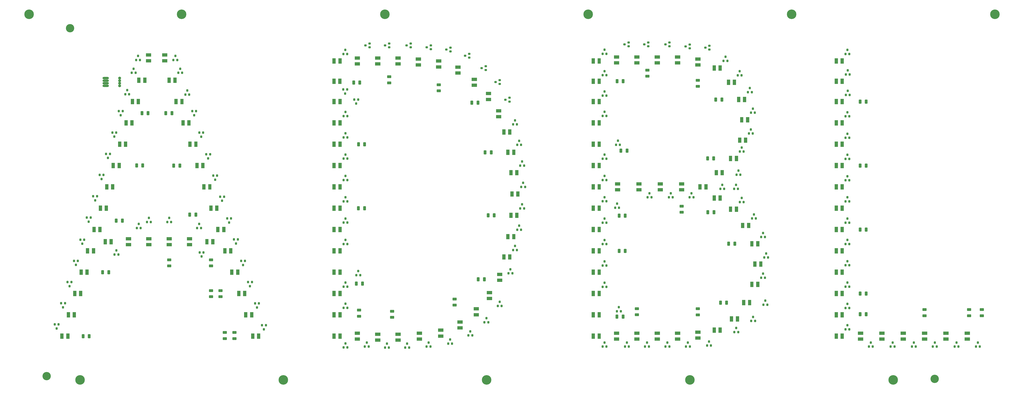
<source format=gts>
%FSTAX44Y44*%
%MOMM*%
%SFA1B1*%

%IPPOS*%
%AMD17*
4,1,8,0.299720,0.551180,-0.299720,0.551180,-0.500380,0.350520,-0.500380,-0.350520,-0.299720,-0.551180,0.299720,-0.551180,0.500380,-0.350520,0.500380,0.350520,0.299720,0.551180,0.0*
1,1,0.403200,0.299720,0.350520*
1,1,0.403200,-0.299720,0.350520*
1,1,0.403200,-0.299720,-0.350520*
1,1,0.403200,0.299720,-0.350520*
%
%AMD18*
4,1,8,-1.000760,0.459740,-1.000760,-0.459740,-0.784860,-0.675640,0.784860,-0.675640,1.000760,-0.459740,1.000760,0.459740,0.784860,0.675640,-0.784860,0.675640,-1.000760,0.459740,0.0*
1,1,0.430000,-0.784860,0.459740*
1,1,0.430000,-0.784860,-0.459740*
1,1,0.430000,0.784860,-0.459740*
1,1,0.430000,0.784860,0.459740*
%
%AMD19*
4,1,8,-0.459740,-1.000760,0.459740,-1.000760,0.675640,-0.784860,0.675640,0.784860,0.459740,1.000760,-0.459740,1.000760,-0.675640,0.784860,-0.675640,-0.784860,-0.459740,-1.000760,0.0*
1,1,0.430000,-0.459740,-0.784860*
1,1,0.430000,0.459740,-0.784860*
1,1,0.430000,0.459740,0.784860*
1,1,0.430000,-0.459740,0.784860*
%
%AMD20*
4,1,8,-0.551180,0.299720,-0.551180,-0.299720,-0.350520,-0.500380,0.350520,-0.500380,0.551180,-0.299720,0.551180,0.299720,0.350520,0.500380,-0.350520,0.500380,-0.551180,0.299720,0.0*
1,1,0.403200,-0.350520,0.299720*
1,1,0.403200,-0.350520,-0.299720*
1,1,0.403200,0.350520,-0.299720*
1,1,0.403200,0.350520,0.299720*
%
G04~CAMADD=17~8~0.0~0.0~395.0~434.3~79.4~0.0~15~0.0~0.0~0.0~0.0~0~0.0~0.0~0.0~0.0~0~0.0~0.0~0.0~0.0~395.0~434.3*
%ADD17D17*%
G04~CAMADD=18~8~0.0~0.0~531.5~787.4~84.6~0.0~15~0.0~0.0~0.0~0.0~0~0.0~0.0~0.0~0.0~0~0.0~0.0~0.0~90.0~788.0~532.0*
%ADD18D18*%
G04~CAMADD=19~8~0.0~0.0~531.5~787.4~84.6~0.0~15~0.0~0.0~0.0~0.0~0~0.0~0.0~0.0~0.0~0~0.0~0.0~0.0~180.0~532.0~788.0*
%ADD19D19*%
G04~CAMADD=20~8~0.0~0.0~395.0~434.3~79.4~0.0~15~0.0~0.0~0.0~0.0~0~0.0~0.0~0.0~0.0~0~0.0~0.0~0.0~90.0~434.0~394.0*
%ADD20D20*%
%ADD21C,4.099992*%
%ADD22O,3.153194X1.113198*%
%ADD23C,4.703191*%
%ADD24C,1.403197*%
%LNled_pd_ab_wh_3000149_(4f00227l_7p00500a)-1*%
%LPD*%
G36*
X00729967Y01641491D02*
X00703967D01*
Y01657491*
X00729967*
Y01641491*
G37*
G36*
X00650477D02*
X00624477D01*
Y01657491*
X00650477*
Y01641491*
G37*
G36*
X03252589Y01631487D02*
X03226589D01*
Y01647487*
X03252589*
Y01631487*
G37*
G36*
X03152589D02*
X03126589D01*
Y01647487*
X03152589*
Y01631487*
G37*
G36*
X0305259D02*
X0302659D01*
Y01647487*
X0305259*
Y01631487*
G37*
G36*
X0295259D02*
X0292659D01*
Y01647487*
X0295259*
Y01631487*
G37*
G36*
X01877591Y01626491D02*
X01851591D01*
Y01642491*
X01877591*
Y01626491*
G37*
G36*
X01777591D02*
X01751591D01*
Y01642491*
X01777591*
Y01626491*
G37*
G36*
X01677591D02*
X01651591D01*
Y01642491*
X01677591*
Y01626491*
G37*
G36*
X01977591Y01621491D02*
X01951591D01*
Y01637491*
X01977591*
Y01621491*
G37*
G36*
X03352591Y01621487D02*
X03326591D01*
Y01637487*
X03352591*
Y01621487*
G37*
G36*
X00729967Y01612491D02*
X00703967D01*
Y01628491*
X00729967*
Y01612491*
G37*
G36*
X00650477D02*
X00624477D01*
Y01628491*
X00650477*
Y01612491*
G37*
G36*
X02077591Y01611491D02*
X02051591D01*
Y01627491*
X02077591*
Y01611491*
G37*
G36*
X04057091Y01606991D02*
X04041091D01*
Y01632991*
X04057091*
Y01606991*
G37*
G36*
X04028091D02*
X04012091D01*
Y01632991*
X04028091*
Y01606991*
G37*
G36*
X01587091D02*
X01571091D01*
Y01632991*
X01587091*
Y01606991*
G37*
G36*
X01558091D02*
X01542091D01*
Y01632991*
X01558091*
Y01606991*
G37*
G36*
X02862091Y01606985D02*
X02846091D01*
Y01632985*
X02862091*
Y01606985*
G37*
G36*
X02833091D02*
X02817091D01*
Y01632985*
X02833091*
Y01606985*
G37*
G36*
X03252589Y01602487D02*
X03226589D01*
Y01618488*
X03252589*
Y01602487*
G37*
G36*
X03152589D02*
X03126589D01*
Y01618488*
X03152589*
Y01602487*
G37*
G36*
X0305259D02*
X0302659D01*
Y01618488*
X0305259*
Y01602487*
G37*
G36*
X0295259D02*
X0292659D01*
Y01618488*
X0295259*
Y01602487*
G37*
G36*
X01877591Y01597491D02*
X01851591D01*
Y01613491*
X01877591*
Y01597491*
G37*
G36*
X01777591D02*
X01751591D01*
Y01613491*
X01777591*
Y01597491*
G37*
G36*
X01677591D02*
X01651591D01*
Y01613491*
X01677591*
Y01597491*
G37*
G36*
X01977591Y01592491D02*
X01951591D01*
Y01608491*
X01977591*
Y01592491*
G37*
G36*
X03352591Y01592487D02*
X03326591D01*
Y01608487*
X03352591*
Y01592487*
G37*
G36*
X02077591Y01582491D02*
X02051591D01*
Y01598491*
X02077591*
Y01582491*
G37*
G36*
X02172591Y01581491D02*
X02146591D01*
Y01597491*
X02172591*
Y01581491*
G37*
G36*
X03457089Y01571987D02*
X03441089D01*
Y01597987*
X03457089*
Y01571987*
G37*
G36*
X03428089D02*
X03412089D01*
Y01597987*
X03428089*
Y01571987*
G37*
G36*
X02172591Y01552491D02*
X02146591D01*
Y01568491*
X02172591*
Y01552491*
G37*
G36*
X02252591Y01521491D02*
X02226591D01*
Y01537491*
X02252591*
Y01521491*
G37*
G36*
X00775408Y01511991D02*
X00759408D01*
Y01537991*
X00775408*
Y01511991*
G37*
G36*
X00746408D02*
X00730408D01*
Y01537991*
X00746408*
Y01511991*
G37*
G36*
X00626942D02*
X00610942D01*
Y01537991*
X00626942*
Y01511991*
G37*
G36*
X00597942D02*
X00581942D01*
Y01537991*
X00597942*
Y01511991*
G37*
G36*
X01586612Y0150703D02*
X01570611D01*
Y0153303*
X01586612*
Y0150703*
G37*
G36*
X01557611D02*
X01541612D01*
Y0153303*
X01557611*
Y0150703*
G37*
G36*
X04057091Y01506991D02*
X04041091D01*
Y01532991*
X04057091*
Y01506991*
G37*
G36*
X04028091D02*
X04012091D01*
Y01532991*
X04028091*
Y01506991*
G37*
G36*
X02862091Y01506986D02*
X02846091D01*
Y01532986*
X02862091*
Y01506986*
G37*
G36*
X02833091D02*
X02817091D01*
Y01532986*
X02833091*
Y01506986*
G37*
G36*
X03527089Y01501987D02*
X03511089D01*
Y01527987*
X03527089*
Y01501987*
G37*
G36*
X03498089D02*
X03482089D01*
Y01527987*
X03498089*
Y01501987*
G37*
G36*
X02252591Y01492491D02*
X02226591D01*
Y01508491*
X02252591*
Y01492491*
G37*
G36*
X02322591Y01451491D02*
X02296591D01*
Y01467491*
X02322591*
Y01451491*
G37*
G36*
Y01422491D02*
X02296591D01*
Y01438491*
X02322591*
Y01422491*
G37*
G36*
X03577089Y01416986D02*
X03561088D01*
Y01442986*
X03577089*
Y01416986*
G37*
G36*
X03548089D02*
X03532089D01*
Y01442986*
X03548089*
Y01416986*
G37*
G36*
X00809713Y01406993D02*
X00793713D01*
Y01432993*
X00809713*
Y01406993*
G37*
G36*
X00780713D02*
X00764713D01*
Y01432993*
X00780713*
Y01406993*
G37*
G36*
X00595408D02*
X00579408D01*
Y01432993*
X00595408*
Y01406993*
G37*
G36*
X00566408D02*
X00550408D01*
Y01432993*
X00566408*
Y01406993*
G37*
G36*
X04057091Y01406991D02*
X04041091D01*
Y01432991*
X04057091*
Y01406991*
G37*
G36*
X04028091D02*
X04012091D01*
Y01432991*
X04028091*
Y01406991*
G37*
G36*
X01587091D02*
X01571091D01*
Y01432991*
X01587091*
Y01406991*
G37*
G36*
X01558091D02*
X01542091D01*
Y01432991*
X01558091*
Y01406991*
G37*
G36*
X02862091Y01406986D02*
X02846091D01*
Y01432987*
X02862091*
Y01406986*
G37*
G36*
X02833091D02*
X02817091D01*
Y01432987*
X02833091*
Y01406986*
G37*
G36*
X02372591Y01366491D02*
X02346591D01*
Y01382491*
X02372591*
Y01366491*
G37*
G36*
Y01337491D02*
X02346591D01*
Y01353491*
X02372591*
Y01337491*
G37*
G36*
X0359209Y01316987D02*
X0357609D01*
Y01342987*
X0359209*
Y01316987*
G37*
G36*
X0356309D02*
X0354709D01*
Y01342987*
X0356309*
Y01316987*
G37*
G36*
X00844021Y01301991D02*
X00828021D01*
Y01327992*
X00844021*
Y01301991*
G37*
G36*
X00815021D02*
X00799021D01*
Y01327992*
X00815021*
Y01301991*
G37*
G36*
X04057091D02*
X04041091D01*
Y01327991*
X04057091*
Y01301991*
G37*
G36*
X04028091D02*
X04012091D01*
Y01327991*
X04028091*
Y01301991*
G37*
G36*
X01587091D02*
X01571091D01*
Y01327991*
X01587091*
Y01301991*
G37*
G36*
X01558091D02*
X01542091D01*
Y01327991*
X01558091*
Y01301991*
G37*
G36*
X02862091Y01301986D02*
X02846091D01*
Y01327986*
X02862091*
Y01301986*
G37*
G36*
X02833091D02*
X02817091D01*
Y01327986*
X02833091*
Y01301986*
G37*
G36*
X00563749Y01301869D02*
X00547749D01*
Y01327869*
X00563749*
Y01301869*
G37*
G36*
X00534749D02*
X00518749D01*
Y01327869*
X00534749*
Y01301869*
G37*
G36*
X02422091Y01256991D02*
X02406091D01*
Y01282991*
X02422091*
Y01256991*
G37*
G36*
X02393091D02*
X02377091D01*
Y01282991*
X02393091*
Y01256991*
G37*
G36*
X0358209Y01216987D02*
X0356609D01*
Y01242987*
X0358209*
Y01216987*
G37*
G36*
X0355309D02*
X0353709D01*
Y01242987*
X0355309*
Y01216987*
G37*
G36*
X04057091Y01196991D02*
X04041091D01*
Y01222991*
X04057091*
Y01196991*
G37*
G36*
X04028091D02*
X04012091D01*
Y01222991*
X04028091*
Y01196991*
G37*
G36*
X01587091D02*
X01571091D01*
Y01222991*
X01587091*
Y01196991*
G37*
G36*
X01558091D02*
X01542091D01*
Y01222991*
X01558091*
Y01196991*
G37*
G36*
X00878328Y0119699D02*
X00862328D01*
Y0122299*
X00878328*
Y0119699*
G37*
G36*
X00849329D02*
X00833328D01*
Y0122299*
X00849329*
Y0119699*
G37*
G36*
X00532337D02*
X00516337D01*
Y0122299*
X00532337*
Y0119699*
G37*
G36*
X00503337D02*
X00487337D01*
Y0122299*
X00503337*
Y0119699*
G37*
G36*
X02862091Y01196988D02*
X02846091D01*
Y01222988*
X02862091*
Y01196988*
G37*
G36*
X02833091D02*
X02817091D01*
Y01222988*
X02833091*
Y01196988*
G37*
G36*
X02442091Y01156991D02*
X02426091D01*
Y01182991*
X02442091*
Y01156991*
G37*
G36*
X02413091D02*
X02397091D01*
Y01182991*
X02413091*
Y01156991*
G37*
G36*
X03537089Y01126988D02*
X03521089D01*
Y01152988*
X03537089*
Y01126988*
G37*
G36*
X03508089D02*
X03492089D01*
Y01152988*
X03508089*
Y01126988*
G37*
G36*
X00912636Y01091992D02*
X00896636D01*
Y01117992*
X00912636*
Y01091992*
G37*
G36*
X00883636D02*
X00867636D01*
Y01117992*
X00883636*
Y01091992*
G37*
G36*
X00500803D02*
X00484803D01*
Y01117992*
X00500803*
Y01091992*
G37*
G36*
X00471803D02*
X00455803D01*
Y01117992*
X00471803*
Y01091992*
G37*
G36*
X04057091Y01091991D02*
X04041091D01*
Y01117991*
X04057091*
Y01091991*
G37*
G36*
X04028091D02*
X04012091D01*
Y01117991*
X04028091*
Y01091991*
G37*
G36*
X01587091D02*
X01571091D01*
Y01117991*
X01587091*
Y01091991*
G37*
G36*
X01558091D02*
X01542091D01*
Y01117991*
X01558091*
Y01091991*
G37*
G36*
X02862091Y01091987D02*
X02846091D01*
Y01117987*
X02862091*
Y01091987*
G37*
G36*
X02833091D02*
X02817091D01*
Y01117987*
X02833091*
Y01091987*
G37*
G36*
X02457091Y01056991D02*
X02441091D01*
Y01082991*
X02457091*
Y01056991*
G37*
G36*
X02428091D02*
X02412091D01*
Y01082991*
X02428091*
Y01056991*
G37*
G36*
X03467089Y01056988D02*
X03451089D01*
Y01082988*
X03467089*
Y01056988*
G37*
G36*
X03438089D02*
X03422089D01*
Y01082988*
X03438089*
Y01056988*
G37*
G36*
X03272591Y01006489D02*
X03246591D01*
Y01022489*
X03272591*
Y01006489*
G37*
G36*
X03167591D02*
X0314159D01*
Y01022489*
X03167591*
Y01006489*
G37*
G36*
X0306259D02*
X0303659D01*
Y01022489*
X0306259*
Y01006489*
G37*
G36*
X02957591D02*
X02931592D01*
Y01022489*
X02957591*
Y01006489*
G37*
G36*
X04057091Y00986991D02*
X04041091D01*
Y01012991*
X04057091*
Y00986991*
G37*
G36*
X04028091D02*
X04012091D01*
Y01012991*
X04028091*
Y00986991*
G37*
G36*
X01587091D02*
X01571091D01*
Y01012991*
X01587091*
Y00986991*
G37*
G36*
X01558091D02*
X01542091D01*
Y01012991*
X01558091*
Y00986991*
G37*
G36*
X00946942D02*
X00930942D01*
Y01012991*
X00946942*
Y00986991*
G37*
G36*
X00917942D02*
X00901942D01*
Y01012991*
X00917942*
Y00986991*
G37*
G36*
X0338709Y00986989D02*
X03371089D01*
Y01012989*
X0338709*
Y00986989*
G37*
G36*
X0335809D02*
X03342089D01*
Y01012989*
X0335809*
Y00986989*
G37*
G36*
X02862091D02*
X02846091D01*
Y01012989*
X02862091*
Y00986989*
G37*
G36*
X02833091D02*
X02817091D01*
Y01012989*
X02833091*
Y00986989*
G37*
G36*
X00469249Y00986971D02*
X00453249D01*
Y01012971*
X00469249*
Y00986971*
G37*
G36*
X00440249D02*
X00424249D01*
Y01012971*
X00440249*
Y00986971*
G37*
G36*
X03272591Y00977489D02*
X03246591D01*
Y00993489*
X03272591*
Y00977489*
G37*
G36*
X03167591D02*
X0314159D01*
Y00993489*
X03167591*
Y00977489*
G37*
G36*
X0306259D02*
X0303659D01*
Y00993489*
X0306259*
Y00977489*
G37*
G36*
X02957591D02*
X02931592D01*
Y00993489*
X02957591*
Y00977489*
G37*
G36*
X02462091Y00951992D02*
X02446091D01*
Y00977991*
X02462091*
Y00951992*
G37*
G36*
X02433091D02*
X02417091D01*
Y00977991*
X02433091*
Y00951992*
G37*
G36*
X03457089Y00931988D02*
X03441089D01*
Y00957988*
X03457089*
Y00931988*
G37*
G36*
X03428089D02*
X03412089D01*
Y00957988*
X03428089*
Y00931988*
G37*
G36*
X00437749Y00882006D02*
X00421749D01*
Y00908006*
X00437749*
Y00882006*
G37*
G36*
X00408749D02*
X00392749D01*
Y00908006*
X00408749*
Y00882006*
G37*
G36*
X00981249Y00881992D02*
X00965249D01*
Y00907992*
X00981249*
Y00881992*
G37*
G36*
X00952249D02*
X00936249D01*
Y00907992*
X00952249*
Y00881992*
G37*
G36*
X04057091Y00881991D02*
X04041091D01*
Y00907991*
X04057091*
Y00881991*
G37*
G36*
X04028091D02*
X04012091D01*
Y00907991*
X04028091*
Y00881991*
G37*
G36*
X01587091D02*
X01571091D01*
Y00907991*
X01587091*
Y00881991*
G37*
G36*
X01558091D02*
X01542091D01*
Y00907991*
X01558091*
Y00881991*
G37*
G36*
X02862091Y00881988D02*
X02846091D01*
Y00907988*
X02862091*
Y00881988*
G37*
G36*
X02833091D02*
X02817091D01*
Y00907988*
X02833091*
Y00881988*
G37*
G36*
X03537089Y00876987D02*
X03521089D01*
Y00902987*
X03537089*
Y00876987*
G37*
G36*
X03508089D02*
X03492089D01*
Y00902987*
X03508089*
Y00876987*
G37*
G36*
X02457091Y00846991D02*
X02441091D01*
Y00872991*
X02457091*
Y00846991*
G37*
G36*
X02428091D02*
X02412091D01*
Y00872991*
X02428091*
Y00846991*
G37*
G36*
X03597091Y00796987D02*
X03581091D01*
Y00822987*
X03597091*
Y00796987*
G37*
G36*
X03568091D02*
X03552091D01*
Y00822987*
X03568091*
Y00796987*
G37*
G36*
X01015555Y00776991D02*
X00999555D01*
Y00802991*
X01015555*
Y00776991*
G37*
G36*
X00986555D02*
X00970555D01*
Y00802991*
X00986555*
Y00776991*
G37*
G36*
X00406496D02*
X00390496D01*
Y00802991*
X00406496*
Y00776991*
G37*
G36*
X00377496D02*
X00361496D01*
Y00802991*
X00377496*
Y00776991*
G37*
G36*
X04057091D02*
X04041091D01*
Y00802991*
X04057091*
Y00776991*
G37*
G36*
X04028091D02*
X04012091D01*
Y00802991*
X04028091*
Y00776991*
G37*
G36*
X01587091D02*
X01571091D01*
Y00802991*
X01587091*
Y00776991*
G37*
G36*
X01558091D02*
X01542091D01*
Y00802991*
X01558091*
Y00776991*
G37*
G36*
X02862091Y0077699D02*
X02846091D01*
Y0080299*
X02862091*
Y0077699*
G37*
G36*
X02833091D02*
X02817091D01*
Y0080299*
X02833091*
Y0077699*
G37*
G36*
X02442091Y00741991D02*
X02426091D01*
Y00767991*
X02442091*
Y00741991*
G37*
G36*
X02413091D02*
X02397091D01*
Y00767991*
X02413091*
Y00741991*
G37*
G36*
X00851996Y00736491D02*
X00825996D01*
Y00752491*
X00851996*
Y00736491*
G37*
G36*
X00751996D02*
X00725996D01*
Y00752491*
X00751996*
Y00736491*
G37*
G36*
X00651996D02*
X00625996D01*
Y00752491*
X00651996*
Y00736491*
G37*
G36*
X00551996D02*
X00525997D01*
Y00752491*
X00551996*
Y00736491*
G37*
G36*
X00961496Y00716991D02*
X00945496D01*
Y00742991*
X00961496*
Y00716991*
G37*
G36*
X00932496D02*
X00916496D01*
Y00742991*
X00932496*
Y00716991*
G37*
G36*
X00461499Y00716989D02*
X00445499D01*
Y00742989*
X00461499*
Y00716989*
G37*
G36*
X00432499D02*
X00416499D01*
Y00742989*
X00432499*
Y00716989*
G37*
G36*
X00851996Y00707491D02*
X00825996D01*
Y00723491*
X00851996*
Y00707491*
G37*
G36*
X00751996D02*
X00725996D01*
Y00723491*
X00751996*
Y00707491*
G37*
G36*
X00651996D02*
X00625996D01*
Y00723491*
X00651996*
Y00707491*
G37*
G36*
X00551996D02*
X00525997D01*
Y00723491*
X00551996*
Y00707491*
G37*
G36*
X03642089Y00706988D02*
X03626089D01*
Y00732988*
X03642089*
Y00706988*
G37*
G36*
X0361309D02*
X03597089D01*
Y00732988*
X0361309*
Y00706988*
G37*
G36*
X00374658Y00671999D02*
X00358658D01*
Y00697999*
X00374658*
Y00671999*
G37*
G36*
X00345658D02*
X00329658D01*
Y00697999*
X00345658*
Y00671999*
G37*
G36*
X04057091Y00671991D02*
X04041091D01*
Y00697992*
X04057091*
Y00671991*
G37*
G36*
X04028091D02*
X04012091D01*
Y00697992*
X04028091*
Y00671991*
G37*
G36*
X01587091D02*
X01571091D01*
Y00697992*
X01587091*
Y00671991*
G37*
G36*
X01558091D02*
X01542091D01*
Y00697992*
X01558091*
Y00671991*
G37*
G36*
X01049862Y0067199D02*
X01033862D01*
Y0069799*
X01049862*
Y0067199*
G37*
G36*
X01020862D02*
X01004862D01*
Y0069799*
X01020862*
Y0067199*
G37*
G36*
X02862091Y00671989D02*
X02846091D01*
Y00697989*
X02862091*
Y00671989*
G37*
G36*
X02833091D02*
X02817091D01*
Y00697989*
X02833091*
Y00671989*
G37*
G36*
X02422091Y00641991D02*
X02406091D01*
Y00667991*
X02422091*
Y00641991*
G37*
G36*
X02393091D02*
X02377091D01*
Y00667991*
X02393091*
Y00641991*
G37*
G36*
X03657092Y00606988D02*
X03641091D01*
Y00632988*
X03657092*
Y00606988*
G37*
G36*
X03628091D02*
X03612091D01*
Y00632988*
X03628091*
Y00606988*
G37*
G36*
X00343123Y00566999D02*
X00327123D01*
Y00592999*
X00343123*
Y00566999*
G37*
G36*
X00314123D02*
X00298123D01*
Y00592999*
X00314123*
Y00566999*
G37*
G36*
X0108417Y00566992D02*
X0106817D01*
Y00592992*
X0108417*
Y00566992*
G37*
G36*
X0105517D02*
X0103917D01*
Y00592992*
X0105517*
Y00566992*
G37*
G36*
X04057091Y00566991D02*
X04041091D01*
Y00592991*
X04057091*
Y00566991*
G37*
G36*
X04028091D02*
X04012091D01*
Y00592991*
X04028091*
Y00566991*
G37*
G36*
X01587091D02*
X01571091D01*
Y00592991*
X01587091*
Y00566991*
G37*
G36*
X01558091D02*
X01542091D01*
Y00592991*
X01558091*
Y00566991*
G37*
G36*
X02862091Y00566988D02*
X02846091D01*
Y00592988*
X02862091*
Y00566988*
G37*
G36*
X02833091D02*
X02817091D01*
Y00592988*
X02833091*
Y00566988*
G37*
G36*
X02377591Y00561491D02*
X02351591D01*
Y00577491*
X02377591*
Y00561491*
G37*
G36*
Y00532491D02*
X02351591D01*
Y00548491*
X02377591*
Y00532491*
G37*
G36*
X03642089Y00506989D02*
X03626089D01*
Y00532989*
X03642089*
Y00506989*
G37*
G36*
X0361309D02*
X03597089D01*
Y00532989*
X0361309*
Y00506989*
G37*
G36*
X02327591Y00471491D02*
X02301591D01*
Y00487491*
X02327591*
Y00471491*
G37*
G36*
X00311588Y00461999D02*
X00295588D01*
Y00487999*
X00311588*
Y00461999*
G37*
G36*
X00282588D02*
X00266588D01*
Y00487999*
X00282588*
Y00461999*
G37*
G36*
X04057091Y00461991D02*
X04041091D01*
Y00487991*
X04057091*
Y00461991*
G37*
G36*
X04028091D02*
X04012091D01*
Y00487991*
X04028091*
Y00461991*
G37*
G36*
X01587091D02*
X01571091D01*
Y00487991*
X01587091*
Y00461991*
G37*
G36*
X01558091D02*
X01542091D01*
Y00487991*
X01558091*
Y00461991*
G37*
G36*
X01118475D02*
X01102475D01*
Y00487991*
X01118475*
Y00461991*
G37*
G36*
X01089475D02*
X01073475D01*
Y00487991*
X01089475*
Y00461991*
G37*
G36*
X02862091Y0046199D02*
X02846091D01*
Y0048799*
X02862091*
Y0046199*
G37*
G36*
X02833091D02*
X02817091D01*
Y0048799*
X02833091*
Y0046199*
G37*
G36*
X02327591Y00442491D02*
X02301591D01*
Y00458491*
X02327591*
Y00442491*
G37*
G36*
X0360209Y00416989D02*
X0358609D01*
Y00442989*
X0360209*
Y00416989*
G37*
G36*
X0357309D02*
X0355709D01*
Y00442989*
X0357309*
Y00416989*
G37*
G36*
X02262591Y00391491D02*
X02236591D01*
Y00407491*
X02262591*
Y00391491*
G37*
G36*
Y00362491D02*
X02236591D01*
Y00378491*
X02262591*
Y00362491*
G37*
G36*
X00280053Y00356999D02*
X00264053D01*
Y00382999*
X00280053*
Y00356999*
G37*
G36*
X00251053D02*
X00235053D01*
Y00382999*
X00251053*
Y00356999*
G37*
G36*
X01152783Y00356992D02*
X01136783D01*
Y00382992*
X01152783*
Y00356992*
G37*
G36*
X01123783D02*
X01107783D01*
Y00382992*
X01123783*
Y00356992*
G37*
G36*
X04057091Y00356991D02*
X04041091D01*
Y00382991*
X04057091*
Y00356991*
G37*
G36*
X04028091D02*
X04012091D01*
Y00382991*
X04028091*
Y00356991*
G37*
G36*
X01587091D02*
X01571091D01*
Y00382991*
X01587091*
Y00356991*
G37*
G36*
X01558091D02*
X01542091D01*
Y00382991*
X01558091*
Y00356991*
G37*
G36*
X02862091Y00356989D02*
X02846091D01*
Y00382989*
X02862091*
Y00356989*
G37*
G36*
X02833091D02*
X02817091D01*
Y00382989*
X02833091*
Y00356989*
G37*
G36*
X0354209Y00336989D02*
X0352609D01*
Y00362989*
X0354209*
Y00336989*
G37*
G36*
X0351309D02*
X0349709D01*
Y00362989*
X0351309*
Y00336989*
G37*
G36*
X02182591Y00326491D02*
X02156591D01*
Y00342491*
X02182591*
Y00326491*
G37*
G36*
Y00297491D02*
X02156591D01*
Y00313491*
X02182591*
Y00297491*
G37*
G36*
X02087591Y00286491D02*
X02061591D01*
Y00302491*
X02087591*
Y00286491*
G37*
G36*
X03457089Y00281991D02*
X03441089D01*
Y00307991*
X03457089*
Y00281991*
G37*
G36*
X03428089D02*
X03412089D01*
Y00307991*
X03428089*
Y00281991*
G37*
G36*
X03352591Y0027649D02*
X03326591D01*
Y0029249*
X03352591*
Y0027649*
G37*
G36*
X04677591Y00271491D02*
X04651591D01*
Y00287491*
X04677591*
Y00271491*
G37*
G36*
X04572591D02*
X04546591D01*
Y00287491*
X04572591*
Y00271491*
G37*
G36*
X04467591D02*
X04441591D01*
Y00287491*
X04467591*
Y00271491*
G37*
G36*
X04362591D02*
X04336591D01*
Y00287491*
X04362591*
Y00271491*
G37*
G36*
X04257591D02*
X04231591D01*
Y00287491*
X04257591*
Y00271491*
G37*
G36*
X04152591D02*
X04126591D01*
Y00287491*
X04152591*
Y00271491*
G37*
G36*
X03252589D02*
X03226589D01*
Y00287491*
X03252589*
Y00271491*
G37*
G36*
X03152589D02*
X03126589D01*
Y00287491*
X03152589*
Y00271491*
G37*
G36*
X0305259D02*
X0302659D01*
Y00287491*
X0305259*
Y00271491*
G37*
G36*
X0295259D02*
X0292659D01*
Y00287491*
X0295259*
Y00271491*
G37*
G36*
X01982591D02*
X01956591D01*
Y00287491*
X01982591*
Y00271491*
G37*
G36*
X01677591D02*
X01651591D01*
Y00287491*
X01677591*
Y00271491*
G37*
G36*
X01877591Y00266491D02*
X01851591D01*
Y00282491*
X01877591*
Y00266491*
G37*
G36*
X01777591D02*
X01751591D01*
Y00282491*
X01777591*
Y00266491*
G37*
G36*
X02087591Y00257491D02*
X02061591D01*
Y00273491*
X02087591*
Y00257491*
G37*
G36*
X04057091Y00251991D02*
X04041091D01*
Y00277991*
X04057091*
Y00251991*
G37*
G36*
X04028091D02*
X04012091D01*
Y00277991*
X04028091*
Y00251991*
G37*
G36*
X02862091D02*
X02846091D01*
Y00277991*
X02862091*
Y00251991*
G37*
G36*
X02833091D02*
X02817091D01*
Y00277991*
X02833091*
Y00251991*
G37*
G36*
X01587091D02*
X01571091D01*
Y00277991*
X01587091*
Y00251991*
G37*
G36*
X01558091D02*
X01542091D01*
Y00277991*
X01558091*
Y00251991*
G37*
G36*
X01187091D02*
X01171091D01*
Y00277991*
X01187091*
Y00251991*
G37*
G36*
X01158091D02*
X01142091D01*
Y00277991*
X01158091*
Y00251991*
G37*
G36*
X00248525D02*
X00232525D01*
Y00277991*
X00248525*
Y00251991*
G37*
G36*
X00219525D02*
X00203525D01*
Y00277991*
X00219525*
Y00251991*
G37*
G36*
X03352591Y0024749D02*
X03326591D01*
Y0026349*
X03352591*
Y0024749*
G37*
G36*
X04677591Y00242491D02*
X04651591D01*
Y00258491*
X04677591*
Y00242491*
G37*
G36*
X04572591D02*
X04546591D01*
Y00258491*
X04572591*
Y00242491*
G37*
G36*
X04467591D02*
X04441591D01*
Y00258491*
X04467591*
Y00242491*
G37*
G36*
X04362591D02*
X04336591D01*
Y00258491*
X04362591*
Y00242491*
G37*
G36*
X04257591D02*
X04231591D01*
Y00258491*
X04257591*
Y00242491*
G37*
G36*
X04152591D02*
X04126591D01*
Y00258491*
X04152591*
Y00242491*
G37*
G36*
X03252589D02*
X03226589D01*
Y00258491*
X03252589*
Y00242491*
G37*
G36*
X03152589D02*
X03126589D01*
Y00258491*
X03152589*
Y00242491*
G37*
G36*
X0305259D02*
X0302659D01*
Y00258491*
X0305259*
Y00242491*
G37*
G36*
X0295259D02*
X0292659D01*
Y00258491*
X0295259*
Y00242491*
G37*
G36*
X01982591D02*
X01956591D01*
Y00258491*
X01982591*
Y00242491*
G37*
G36*
X01677591D02*
X01651591D01*
Y00258491*
X01677591*
Y00242491*
G37*
G36*
X01877591Y00237491D02*
X01851591D01*
Y00253492*
X01877591*
Y00237491*
G37*
G36*
X01777591D02*
X01751591D01*
Y00253492*
X01777591*
Y00237491*
G37*
G54D17*
X02870643Y00929172D03*
X02889643D03*
X02880143Y00949172D03*
X03092162Y00948738D03*
X03111162D03*
X03101662Y00968738D03*
X03196837Y00948738D03*
X03215837D03*
X03206337Y00968738D03*
X03298769Y00948738D03*
X03317769D03*
X03308269Y00968738D03*
X02870643Y00213741D03*
X02889643D03*
X02880143Y0023374D03*
X03518843Y00284991D03*
X03537843D03*
X03528343Y00304991D03*
X03384537Y0021874D03*
X03403537D03*
X03394037Y0023874D03*
X04602214Y00213741D03*
X04621214D03*
X04611714Y0023374D03*
X04495248Y00213749D03*
X04514248D03*
X04504748Y00233749D03*
X04392248Y00213741D03*
X04411248D03*
X04401748Y00233741D03*
X04287825Y00213741D03*
X04306825D03*
X04297325Y00233741D03*
X04180403Y00213741D03*
X04199403D03*
X04189903Y00233741D03*
X04065639Y00299019D03*
X04084639D03*
X04075139Y00319019D03*
X02870643Y01138706D03*
X02889643D03*
X02880143Y01158706D03*
X02870641Y0154964D03*
X02889641D03*
X02880141Y0156964D03*
X02870641Y01033479D03*
X02889641D03*
X02880141Y01053479D03*
X02932542Y00897473D03*
X02951542D03*
X02942042Y00917473D03*
X02980948Y00213741D03*
X02999948D03*
X02990448Y0023374D03*
X03079573Y00213741D03*
X03098573D03*
X03089073Y0023374D03*
X03180172Y00213741D03*
X03199172D03*
X03189672Y00233741D03*
X03280954Y00213741D03*
X03299954D03*
X03290454Y00233741D03*
X0365064Y00552621D03*
X0366964D03*
X0366014Y00572621D03*
X0360064Y01365141D03*
X0361964D03*
X0361014Y01385141D03*
X0359064Y01262684D03*
X0360964D03*
X03600141Y01282685D03*
X03545639Y0117385D03*
X03564639D03*
X03555139Y0119385D03*
X02870641Y01654917D03*
X02889641D03*
X02880141Y01674917D03*
X01668481Y01429991D03*
X01649481D03*
X01658981Y01409991D03*
X0161425Y01479749D03*
X0159525D03*
X0160475Y01459749D03*
X0159634Y0020944D03*
X0161534D03*
X0160584Y0022944D03*
X02005272Y00213741D03*
X02024273D03*
X02014773Y00233741D03*
X01900005Y00208741D03*
X01919005D03*
X01909505Y00228741D03*
X018007Y0020874D03*
X01819701D03*
X01810201Y00228741D03*
X01701197Y00213741D03*
X01720198D03*
X01710698Y00233741D03*
X02430643Y00688844D03*
X02449643D03*
X02440143Y00708844D03*
X01595641Y01654098D03*
X01614641D03*
X01605141Y01674098D03*
X00579688Y00797264D03*
X00598688D03*
X00589188Y00817264D03*
X00470049Y00667233D03*
X00489049D03*
X00479549Y00687233D03*
X02880141Y01369555D03*
X02889641Y01349555D03*
X02870641D03*
X02880141Y00843439D03*
X02889641Y00823439D03*
X02870641D03*
X02880141Y00527904D03*
X02889641Y00507904D03*
X02870641D03*
X03611242Y0035999D03*
X03620742Y0033999D03*
X03601742D03*
X03675141Y00672259D03*
X03684641Y00652259D03*
X03665641D03*
X03555141Y00945219D03*
X03564641Y00925219D03*
X03545641D03*
X03539134Y01079988D03*
X03548634Y01059988D03*
X03529633D03*
X03475138Y01640421D03*
X03484638Y01620421D03*
X03465638D03*
X02880141Y01469606D03*
X02889641Y01449606D03*
X02870641D03*
X02880141Y0063266D03*
X02889641Y0061266D03*
X02870641D03*
X03615143Y00864548D03*
X03624643Y00844548D03*
X03605643D03*
X03459313Y01009988D03*
X03468813Y00989988D03*
X03449813D03*
X0354514Y01569506D03*
X0355464Y01549506D03*
X0353564D03*
X02946402Y01227056D03*
X02955902Y01207056D03*
X02936902D03*
X02880141Y00738304D03*
X02889641Y00718304D03*
X02870641D03*
X02950843Y00407913D03*
X02960344Y00387913D03*
X02941343D03*
X03671441Y00439989D03*
X03680941Y00419989D03*
X03661941D03*
X03660142Y00773051D03*
X03669641Y00753051D03*
X03650641D03*
X03527127Y01009988D03*
X03536627Y00989988D03*
X03517627D03*
X03595138Y01486562D03*
X03604639Y01466561D03*
X03585639D03*
X04075139Y00423797D03*
X04084639Y00403797D03*
X04065639D03*
X04075142Y00738487D03*
X04084643Y00718487D03*
X04065643D03*
X04075139Y01052333D03*
X04084639Y01032333D03*
X04065639D03*
X04075141Y01367258D03*
X04084641Y01347258D03*
X04065641D03*
X04075142Y01674358D03*
X04084643Y01654358D03*
X04065643D03*
X04716777Y0023374D03*
X04726276Y00213741D03*
X04707277D03*
X04075139Y0063429D03*
X04084639Y0061429D03*
X04065639D03*
X04075139Y00948607D03*
X04084639Y00928607D03*
X04065639D03*
X04075139Y01261611D03*
X04084639Y01241611D03*
X04065639D03*
X04076811Y01573729D03*
X0408631Y01553729D03*
X0406731D03*
X04075139Y00528865D03*
X04084639Y00508865D03*
X04065639D03*
X04075139Y00843701D03*
X04084639Y00823701D03*
X04065639D03*
X04075139Y01157976D03*
X04084639Y01137976D03*
X04065639D03*
X04076811Y01472869D03*
X0408631Y01452869D03*
X0406731D03*
X01170833Y00406043D03*
X01161332Y00426043D03*
X01180332D03*
X01102222Y0061564D03*
X01092722Y0063564D03*
X01111722D03*
X00964991Y0103527D03*
X00955491Y0105527D03*
X00974491D03*
X00862073Y01352749D03*
X00852573Y01372749D03*
X00871573D03*
X00769204Y01644749D03*
X00778704Y01624749D03*
X00759704D03*
X00886127Y00817263D03*
X00895627Y00797263D03*
X00876627D03*
X00248537Y00511249D03*
X00239037Y00531249D03*
X00258037D03*
X00406201Y01038749D03*
X00396701Y01058749D03*
X00415701D03*
X00500701Y01352749D03*
X00491201Y01372749D03*
X00510201D03*
X00585998Y01644749D03*
X00595498Y01624749D03*
X00576498D03*
X01205142Y00298919D03*
X01195642Y00318919D03*
X01214642D03*
X01136524Y00511487D03*
X01127024Y00531487D03*
X01146024D03*
X00999299Y00931685D03*
X00989799Y00951685D03*
X01008799D03*
X00896381Y01247004D03*
X00886881Y01267004D03*
X00905881D03*
X00793458Y01581499D03*
X00802958Y01561499D03*
X00783958D03*
X00898445Y00657338D03*
X00888945Y00677338D03*
X00907945D03*
X00638996Y00847275D03*
X00648495Y00827275D03*
X00629495D03*
X00217003Y00406999D03*
X00207503Y00426999D03*
X00226503D03*
X00311608Y00719989D03*
X00302109Y00739989D03*
X00321109D03*
X00374701Y00933749D03*
X00365201Y00953749D03*
X00384201D03*
X00469048Y01247499D03*
X00459548Y01267499D03*
X00478548D03*
X00564151Y01581499D03*
X00573651Y01561499D03*
X00554651D03*
X01033606Y00824695D03*
X01024106Y00844695D03*
X01043106D03*
X00930689Y01140284D03*
X00921189Y01160284D03*
X00940189D03*
X00827764Y01474413D03*
X00837264Y01454413D03*
X00818264D03*
X01067176Y00721496D03*
X01057676Y00741496D03*
X01076676D03*
X00738995Y00847275D03*
X00748495Y00827275D03*
X00729495D03*
X00185475Y00302999D03*
X00175975Y00322999D03*
X00194975D03*
X00280074Y00615749D03*
X00270573Y00635749D03*
X00289574D03*
X00343189Y00828999D03*
X00333689Y00848999D03*
X00352689D03*
X00438012Y01142499D03*
X00428512Y01162499D03*
X00447512D03*
X00532359Y01475999D03*
X00541859Y01455999D03*
X00522859D03*
X01605841Y01368541D03*
X01615342Y01348541D03*
X01596341D03*
X01605841Y01053774D03*
X01615342Y01033774D03*
X01596341D03*
X01605841Y00738545D03*
X01615342Y00718545D03*
X01596341D03*
X0160584Y00424704D03*
X0161534Y00404704D03*
X0159634D03*
X02120622Y00248741D03*
X02130122Y00228741D03*
X02111122D03*
X0236459Y00433741D03*
X0237409Y00413741D03*
X0235509D03*
X02460141Y00809007D03*
X02469642Y00789007D03*
X02450641D03*
X02475142Y01124696D03*
X02484642Y01104696D03*
X02465642D03*
X01605841Y01159081D03*
X01615342Y01139081D03*
X01596341D03*
X01605841Y00844265D03*
X01615342Y00824265D03*
X01596341D03*
X0160584Y00528596D03*
X0161534Y00508596D03*
X0159634D03*
X02299142Y00353741D03*
X02308642Y00333741D03*
X02289642D03*
X02480143Y01019559D03*
X02489643Y00999559D03*
X02470643D03*
X02440142Y01327709D03*
X02449642Y01307709D03*
X02430642D03*
X01605841Y01263551D03*
X01615342Y01243551D03*
X01596341D03*
X01605841Y00948919D03*
X01615342Y00928919D03*
X01596341D03*
X01669038Y00585383D03*
X01678538Y00565383D03*
X01659538D03*
X02220291Y00288741D03*
X02229791Y00268741D03*
X02210791D03*
X02417585Y00594505D03*
X02427085Y00574505D03*
X02408085D03*
X02475142Y00914211D03*
X02484642Y00894211D03*
X02465642D03*
X0246014Y01226974D03*
X0246964Y01206973D03*
X0245064D03*
G54D18*
X03259591Y00874986D03*
Y00904987D03*
X0467334Y0039566D03*
Y0036566D03*
X03039499Y00370249D03*
Y00400249D03*
X0333959Y00369833D03*
Y00399833D03*
Y01524889D03*
Y01494888D03*
X03090749Y01574749D03*
Y01544749D03*
X04736499Y00365749D03*
Y00395749D03*
X04454591Y0036566D03*
Y0039566D03*
X01059749Y00282999D03*
Y00252999D03*
X00991669Y00489275D03*
Y00459275D03*
X01012715Y00252991D03*
Y00282991D03*
X00944915Y00459266D03*
Y00489266D03*
X00944995Y0064064D03*
Y0061064D03*
X00738996Y0064064D03*
Y0061064D03*
X0167334Y00363031D03*
Y00393031D03*
X01835549Y00357923D03*
Y00387923D03*
X02142612Y00417717D03*
Y00447718D03*
X02064591Y01502548D03*
Y01472548D03*
X01820743Y01542131D03*
Y01512131D03*
G54D19*
X02971395Y00361239D03*
X02941395D03*
X02990999Y01177999D03*
X02960999D03*
X0297175Y01519986D03*
X0294175D03*
X03388499Y00875499D03*
X03418499D03*
X02982204Y00858591D03*
X02952204D03*
X02259063Y00544761D03*
X02289063D03*
X02952204Y00684989D03*
X02982204D03*
X03480938Y00429989D03*
X03450938D03*
X03520887Y00719987D03*
X03490887D03*
X03417452Y01139988D03*
X03387452D03*
X03457356Y01429986D03*
X03427356D03*
X04137499Y00373404D03*
X04167499D03*
X04137499Y00474999D03*
X04167499D03*
X04137499Y00789999D03*
X04167499D03*
X04137499Y01104999D03*
X04167499D03*
X04137367Y01419991D03*
X04167367D03*
X00870137Y00863668D03*
X00840137D03*
X00791425Y01104992D03*
X00761425D03*
X00752372Y01362749D03*
X00722372D03*
X00315499Y00264991D03*
X00345499D03*
X00411749Y00579999D03*
X00441749D03*
X00478499Y00833499D03*
X00508499D03*
X00578999Y01105249D03*
X00608999D03*
X00605249Y01362749D03*
X00635249D03*
X01646591Y015132D03*
X01676591D03*
X01670249Y01209999D03*
X01700249D03*
X0166988Y00894991D03*
X01699881D03*
X01659589Y00524096D03*
X01689589D03*
X02337732Y00859991D03*
X02307732D03*
X02322898Y01169991D03*
X02292898D03*
X02257591Y01414358D03*
X02227591D03*
G54D20*
X03179749Y01701748D03*
X03199749Y01711248D03*
Y01692248D03*
X03279315Y01691184D03*
X03299315Y01700684D03*
Y01681684D03*
X02978526Y01701753D03*
X02998526Y01711253D03*
Y01692253D03*
X03376338Y01685369D03*
X03396338Y01694869D03*
Y01675869D03*
X03075582Y01701753D03*
X03095582Y01711253D03*
Y01692253D03*
X02393017Y01429146D03*
X02413017Y01438646D03*
Y01419646D03*
X02194457Y01645541D03*
X02214457Y01655042D03*
Y01636041D03*
X01906639Y01696498D03*
X01926639Y01705998D03*
Y01686998D03*
X02275918Y01584878D03*
X02295918Y01594378D03*
Y01575378D03*
X02006017Y01686947D03*
X02026017Y01696447D03*
Y01677447D03*
X01704249Y01696498D03*
X01724249Y01705998D03*
Y01686998D03*
X02344758Y01516071D03*
X02364758Y01525571D03*
Y01506571D03*
X02102625Y01676002D03*
X02122625Y01685501D03*
Y01666502D03*
X01800764Y01696498D03*
X01820764Y01705998D03*
Y01686998D03*
G54D21*
X04503999Y00054749D03*
X00136499Y00067999D03*
X00250999Y01780749D03*
G54D22*
X00426699Y01510199D03*
Y01497499D03*
Y01522899D03*
Y01535599D03*
G54D23*
X00300265Y0004996D03*
X01300263Y0004999D03*
X02300264D03*
X03300264D03*
X04300265D03*
X04800265Y01849992D03*
X03800264D03*
X02800266D03*
X01800266D03*
X00800265D03*
X00050264Y01850023D03*
G54D24*
X00494999Y01522899D03*
Y01510199D03*
Y01497499D03*
Y01535599D03*
M02*
</source>
